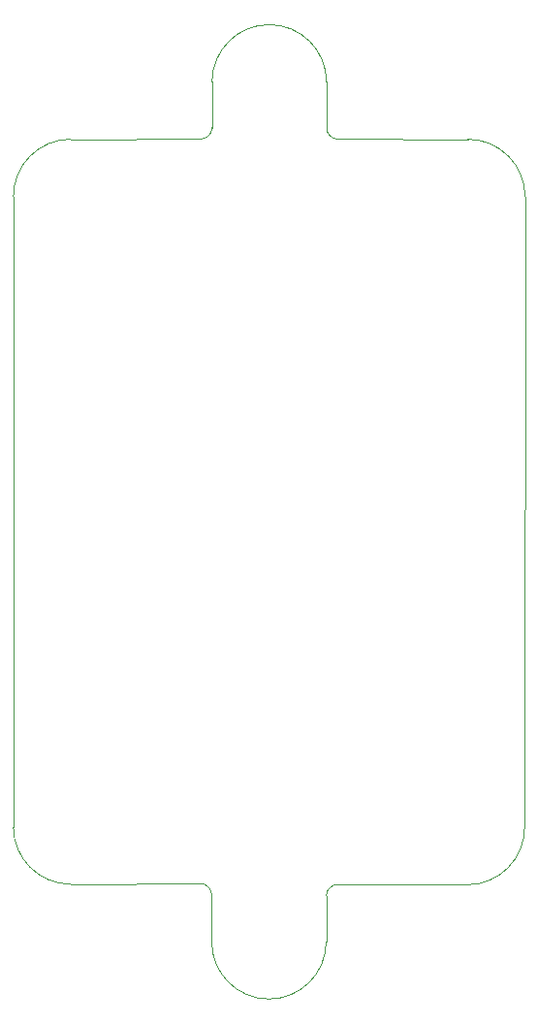
<source format=gbr>
%TF.GenerationSoftware,KiCad,Pcbnew,8.0.0*%
%TF.CreationDate,2024-05-13T20:24:04+10:00*%
%TF.ProjectId,JonoBro,4a6f6e6f-4272-46f2-9e6b-696361645f70,0.2*%
%TF.SameCoordinates,Original*%
%TF.FileFunction,Profile,NP*%
%FSLAX46Y46*%
G04 Gerber Fmt 4.6, Leading zero omitted, Abs format (unit mm)*
G04 Created by KiCad (PCBNEW 8.0.0) date 2024-05-13 20:24:04*
%MOMM*%
%LPD*%
G01*
G04 APERTURE LIST*
%TA.AperFunction,Profile*%
%ADD10C,0.100000*%
%TD*%
G04 APERTURE END LIST*
D10*
X17346679Y69851043D02*
X17350000Y65850000D01*
X44650000Y4750000D02*
G75*
G02*
X39650000Y-250000I-5000100J100D01*
G01*
X39688353Y64846269D02*
X28350000Y64850000D01*
X0Y59846269D02*
G75*
G02*
X5000000Y64846300I5000000J31D01*
G01*
X17350000Y65850000D02*
G75*
G02*
X16350000Y64850000I-1000000J0D01*
G01*
X5000000Y64846269D02*
X16350000Y64850000D01*
X16318579Y-143715D02*
G75*
G02*
X17318585Y-1143715I21J-999985D01*
G01*
X27350410Y69848133D02*
X27350000Y65850000D01*
X0Y59846269D02*
X0Y4800000D01*
X44688353Y59846269D02*
X44650000Y4750000D01*
X28323976Y-233623D02*
X39650000Y-250000D01*
X17346680Y69851043D02*
G75*
G02*
X27350401Y69848133I5001860J-2913D01*
G01*
X17318767Y-5226864D02*
X17318579Y-1143715D01*
X27322499Y-5229774D02*
X27323976Y-1233623D01*
X28350000Y64850000D02*
G75*
G02*
X27350000Y65850000I0J1000000D01*
G01*
X5000000Y-200000D02*
G75*
G02*
X0Y4800000I0J5000000D01*
G01*
X27323976Y-1233623D02*
G75*
G02*
X28323976Y-233576I1000024J23D01*
G01*
X27322498Y-5229774D02*
G75*
G02*
X17318761Y-5226864I-5001868J2904D01*
G01*
X39688353Y64846269D02*
G75*
G02*
X44688369Y59846269I47J-4999969D01*
G01*
X5000000Y-200000D02*
X16318579Y-143715D01*
M02*

</source>
